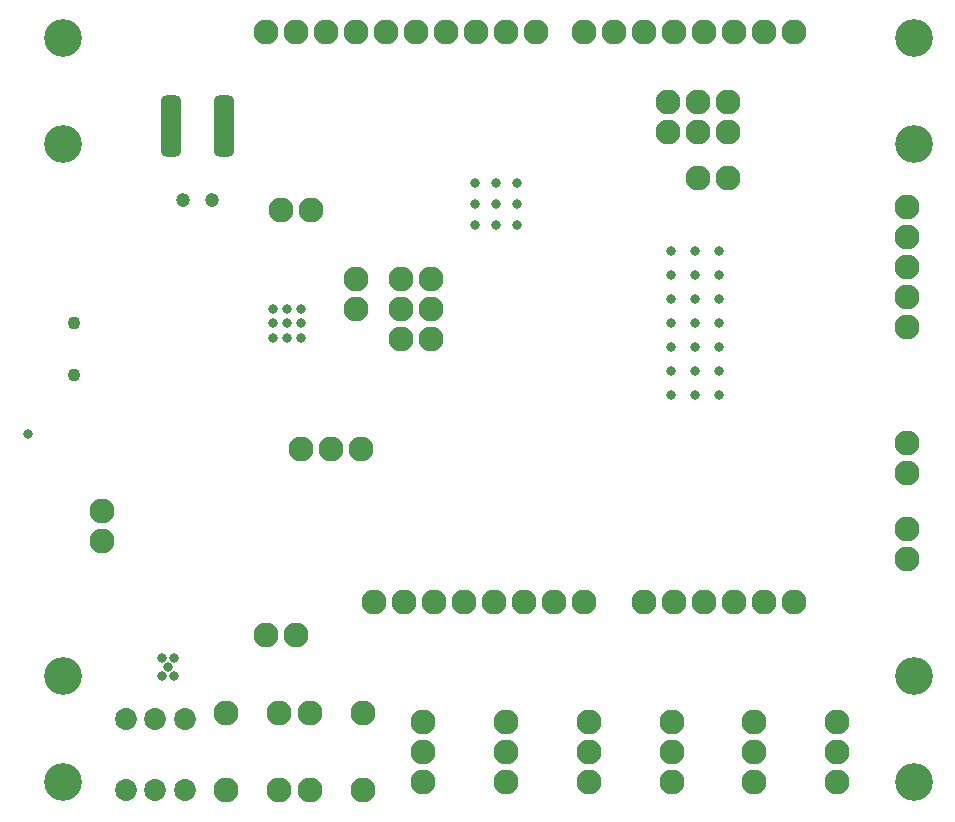
<source format=gbs>
%FSLAX23Y23*%
%MOIN*%
G70*
G01*
G75*
G04 Layer_Color=16711935*
%ADD10R,0.039X0.037*%
%ADD11R,0.050X0.060*%
%ADD12R,0.060X0.050*%
%ADD13R,0.059X0.039*%
%ADD14R,0.083X0.026*%
%ADD15R,0.256X0.630*%
%ADD16R,0.035X0.031*%
%ADD17R,0.035X0.031*%
%ADD18R,0.028X0.031*%
%ADD19R,0.039X0.059*%
%ADD20R,0.197X0.197*%
%ADD21R,0.035X0.010*%
%ADD22R,0.010X0.035*%
%ADD23R,0.118X0.177*%
%ADD24R,0.079X0.295*%
%ADD25R,0.126X0.059*%
%ADD26R,0.055X0.150*%
%ADD27R,0.050X0.014*%
%ADD28R,0.110X0.020*%
%ADD29R,0.098X0.079*%
%ADD30R,0.087X0.024*%
%ADD31R,0.071X0.016*%
%ADD32R,0.079X0.079*%
%ADD33R,0.047X0.043*%
%ADD34R,0.043X0.047*%
%ADD35R,0.063X0.197*%
%ADD36R,0.010X0.026*%
%ADD37R,0.026X0.010*%
%ADD38R,0.150X0.150*%
%ADD39R,0.037X0.039*%
G04:AMPARAMS|DCode=40|XSize=14mil|YSize=33mil|CornerRadius=1mil|HoleSize=0mil|Usage=FLASHONLY|Rotation=270.000|XOffset=0mil|YOffset=0mil|HoleType=Round|Shape=RoundedRectangle|*
%AMROUNDEDRECTD40*
21,1,0.014,0.031,0,0,270.0*
21,1,0.011,0.033,0,0,270.0*
1,1,0.003,-0.015,-0.006*
1,1,0.003,-0.015,0.006*
1,1,0.003,0.015,0.006*
1,1,0.003,0.015,-0.006*
%
%ADD40ROUNDEDRECTD40*%
%ADD41R,0.063X0.094*%
%ADD42C,0.008*%
%ADD43C,0.015*%
%ADD44C,0.020*%
%ADD45C,0.025*%
%ADD46C,0.018*%
%ADD47C,0.012*%
%ADD48C,0.010*%
%ADD49C,0.075*%
%ADD50C,0.065*%
%ADD51C,0.118*%
%ADD52C,0.035*%
%ADD53C,0.025*%
%ADD54C,0.039*%
G04:AMPARAMS|DCode=55|XSize=197mil|YSize=60mil|CornerRadius=15mil|HoleSize=0mil|Usage=FLASHONLY|Rotation=90.000|XOffset=0mil|YOffset=0mil|HoleType=Round|Shape=RoundedRectangle|*
%AMROUNDEDRECTD55*
21,1,0.197,0.030,0,0,90.0*
21,1,0.167,0.060,0,0,90.0*
1,1,0.030,0.015,0.083*
1,1,0.030,0.015,-0.083*
1,1,0.030,-0.015,-0.083*
1,1,0.030,-0.015,0.083*
%
%ADD55ROUNDEDRECTD55*%
%ADD56C,0.008*%
%ADD57C,0.010*%
%ADD58C,0.024*%
%ADD59C,0.030*%
%ADD60R,0.047X0.045*%
%ADD61R,0.058X0.068*%
%ADD62R,0.068X0.058*%
%ADD63R,0.067X0.047*%
%ADD64R,0.091X0.034*%
%ADD65R,0.264X0.638*%
%ADD66R,0.043X0.039*%
%ADD67R,0.043X0.039*%
%ADD68R,0.036X0.039*%
%ADD69R,0.047X0.067*%
%ADD70R,0.205X0.205*%
%ADD71R,0.043X0.018*%
%ADD72R,0.018X0.043*%
%ADD73R,0.126X0.185*%
%ADD74R,0.087X0.303*%
%ADD75R,0.134X0.067*%
%ADD76R,0.063X0.158*%
%ADD77R,0.058X0.022*%
%ADD78R,0.118X0.028*%
%ADD79R,0.106X0.087*%
%ADD80R,0.095X0.032*%
%ADD81R,0.079X0.024*%
%ADD82R,0.087X0.087*%
%ADD83R,0.055X0.051*%
%ADD84R,0.051X0.055*%
%ADD85R,0.071X0.205*%
%ADD86R,0.018X0.034*%
%ADD87R,0.034X0.018*%
%ADD88R,0.158X0.158*%
%ADD89R,0.045X0.047*%
G04:AMPARAMS|DCode=90|XSize=22mil|YSize=41mil|CornerRadius=2mil|HoleSize=0mil|Usage=FLASHONLY|Rotation=270.000|XOffset=0mil|YOffset=0mil|HoleType=Round|Shape=RoundedRectangle|*
%AMROUNDEDRECTD90*
21,1,0.022,0.037,0,0,270.0*
21,1,0.017,0.041,0,0,270.0*
1,1,0.004,-0.019,-0.009*
1,1,0.004,-0.019,0.009*
1,1,0.004,0.019,0.009*
1,1,0.004,0.019,-0.009*
%
%ADD90ROUNDEDRECTD90*%
%ADD91R,0.071X0.102*%
%ADD92C,0.083*%
%ADD93C,0.073*%
%ADD94C,0.126*%
%ADD95C,0.043*%
%ADD96C,0.047*%
%ADD97C,0.033*%
G04:AMPARAMS|DCode=98|XSize=205mil|YSize=68mil|CornerRadius=17mil|HoleSize=0mil|Usage=FLASHONLY|Rotation=90.000|XOffset=0mil|YOffset=0mil|HoleType=Round|Shape=RoundedRectangle|*
%AMROUNDEDRECTD98*
21,1,0.205,0.034,0,0,90.0*
21,1,0.171,0.068,0,0,90.0*
1,1,0.034,0.017,0.085*
1,1,0.034,0.017,-0.085*
1,1,0.034,-0.017,-0.085*
1,1,0.034,-0.017,0.085*
%
%ADD98ROUNDEDRECTD98*%
D92*
X853Y2675D02*
D03*
X953D02*
D03*
X1053D02*
D03*
X1153D02*
D03*
X1753D02*
D03*
X1653D02*
D03*
X1553D02*
D03*
X1453D02*
D03*
X1353D02*
D03*
X1253D02*
D03*
X2113D02*
D03*
X2213D02*
D03*
X2313D02*
D03*
X2413D02*
D03*
X2513D02*
D03*
X2613D02*
D03*
X2013D02*
D03*
X1913D02*
D03*
Y775D02*
D03*
X1813D02*
D03*
X1213D02*
D03*
X1313D02*
D03*
X1413D02*
D03*
X1513D02*
D03*
X1613D02*
D03*
X1713D02*
D03*
X2613D02*
D03*
X2513D02*
D03*
X2413D02*
D03*
X2313D02*
D03*
X2213D02*
D03*
X2113D02*
D03*
X853Y666D02*
D03*
X953D02*
D03*
X970Y1287D02*
D03*
X1070D02*
D03*
X1170D02*
D03*
X2756Y375D02*
D03*
Y275D02*
D03*
Y175D02*
D03*
X2480D02*
D03*
Y275D02*
D03*
Y375D02*
D03*
X2205D02*
D03*
Y275D02*
D03*
Y175D02*
D03*
X1929D02*
D03*
Y275D02*
D03*
Y375D02*
D03*
X1654D02*
D03*
Y275D02*
D03*
Y175D02*
D03*
X1378D02*
D03*
Y275D02*
D03*
Y375D02*
D03*
X1001Y150D02*
D03*
Y406D02*
D03*
X1178Y150D02*
D03*
Y406D02*
D03*
X896D02*
D03*
Y150D02*
D03*
X719Y406D02*
D03*
Y150D02*
D03*
X2991Y1893D02*
D03*
Y1793D02*
D03*
Y1693D02*
D03*
Y1993D02*
D03*
Y2093D02*
D03*
Y1019D02*
D03*
Y919D02*
D03*
Y1306D02*
D03*
Y1206D02*
D03*
X1002Y2084D02*
D03*
X902D02*
D03*
X1153Y1752D02*
D03*
Y1852D02*
D03*
X2393Y2189D02*
D03*
X2293D02*
D03*
X1304Y1852D02*
D03*
Y1752D02*
D03*
Y1652D02*
D03*
X1404Y1852D02*
D03*
Y1752D02*
D03*
Y1652D02*
D03*
X2393Y2444D02*
D03*
X2293D02*
D03*
X2193D02*
D03*
X2393Y2344D02*
D03*
X2293D02*
D03*
X2193D02*
D03*
X305Y980D02*
D03*
Y1080D02*
D03*
D93*
X386Y387D02*
D03*
X484D02*
D03*
X583D02*
D03*
X386Y151D02*
D03*
X484D02*
D03*
X583D02*
D03*
D94*
X177Y177D02*
D03*
Y2657D02*
D03*
X3012D02*
D03*
Y177D02*
D03*
X177Y531D02*
D03*
X3012D02*
D03*
X177Y2303D02*
D03*
X3012D02*
D03*
D95*
X213Y1532D02*
D03*
Y1705D02*
D03*
D96*
X576Y2115D02*
D03*
X674D02*
D03*
D97*
X1551Y2173D02*
D03*
X1621D02*
D03*
X1691D02*
D03*
Y2103D02*
D03*
X1551D02*
D03*
Y2033D02*
D03*
X1691D02*
D03*
X877Y1752D02*
D03*
X924D02*
D03*
X971D02*
D03*
Y1705D02*
D03*
X924D02*
D03*
X877D02*
D03*
Y1658D02*
D03*
X924D02*
D03*
X971D02*
D03*
X1621Y2103D02*
D03*
Y2033D02*
D03*
X2282Y1948D02*
D03*
X2362D02*
D03*
Y1868D02*
D03*
X2282D02*
D03*
X2202D02*
D03*
Y1788D02*
D03*
X2282D02*
D03*
X2362D02*
D03*
Y1708D02*
D03*
X2282D02*
D03*
X2202D02*
D03*
Y1628D02*
D03*
X2282D02*
D03*
X2362D02*
D03*
Y1548D02*
D03*
X2282D02*
D03*
X2202D02*
D03*
Y1468D02*
D03*
X2282D02*
D03*
X2362D02*
D03*
X2202Y1948D02*
D03*
X506Y590D02*
D03*
X546D02*
D03*
X526Y561D02*
D03*
X506Y531D02*
D03*
X59Y1335D02*
D03*
X546Y531D02*
D03*
D98*
X536Y2363D02*
D03*
X714D02*
D03*
M02*

</source>
